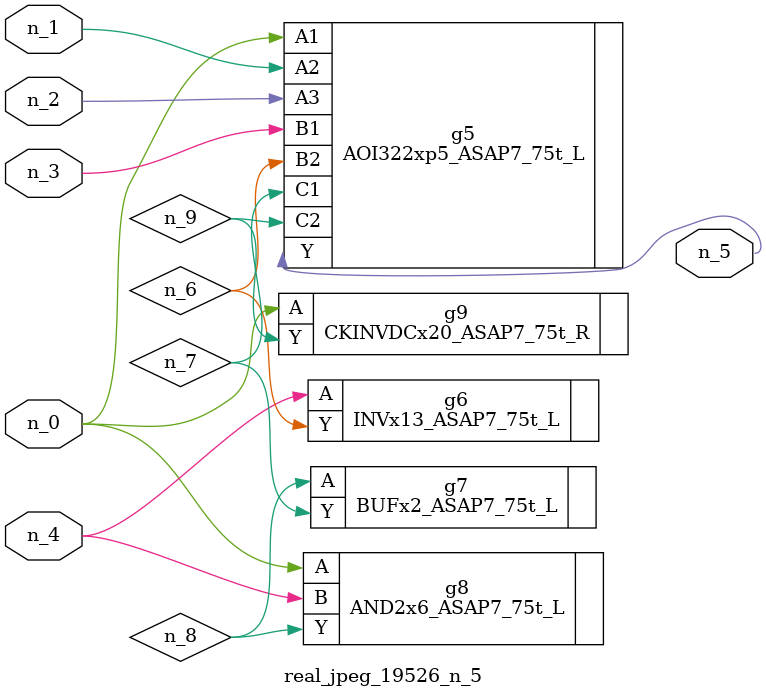
<source format=v>
module real_jpeg_19526_n_5 (n_4, n_0, n_1, n_2, n_3, n_5);

input n_4;
input n_0;
input n_1;
input n_2;
input n_3;

output n_5;

wire n_8;
wire n_6;
wire n_7;
wire n_9;

AOI322xp5_ASAP7_75t_L g5 ( 
.A1(n_0),
.A2(n_1),
.A3(n_2),
.B1(n_3),
.B2(n_6),
.C1(n_7),
.C2(n_9),
.Y(n_5)
);

AND2x6_ASAP7_75t_L g8 ( 
.A(n_0),
.B(n_4),
.Y(n_8)
);

CKINVDCx20_ASAP7_75t_R g9 ( 
.A(n_0),
.Y(n_9)
);

INVx13_ASAP7_75t_L g6 ( 
.A(n_4),
.Y(n_6)
);

BUFx2_ASAP7_75t_L g7 ( 
.A(n_8),
.Y(n_7)
);


endmodule
</source>
